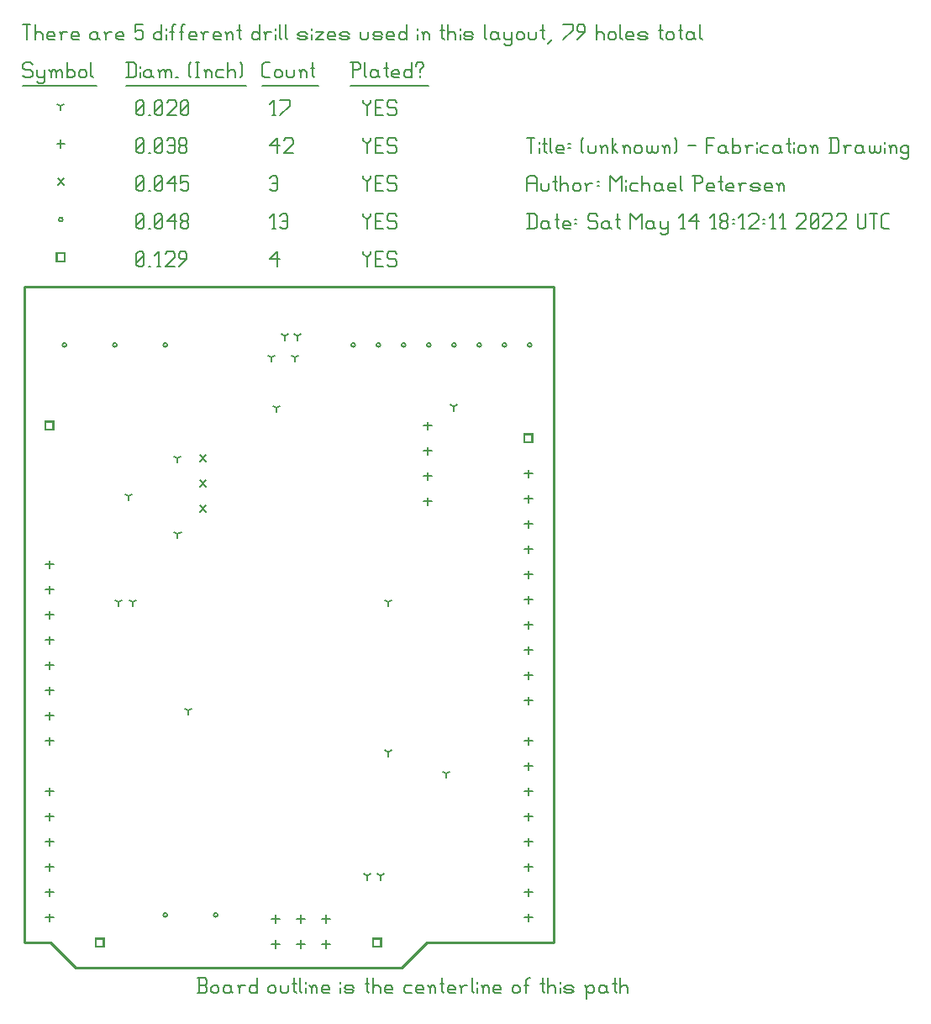
<source format=gbr>
G04 start of page 12 for group -3984 idx -3984 *
G04 Title: (unknown), fab *
G04 Creator: pcb 4.0.2 *
G04 CreationDate: Sat May 14 18:12:11 2022 UTC *
G04 For: railfan *
G04 Format: Gerber/RS-274X *
G04 PCB-Dimensions (mil): 3110.00 2710.00 *
G04 PCB-Coordinate-Origin: lower left *
%MOIN*%
%FSLAX25Y25*%
%LNFAB*%
%ADD60C,0.0100*%
%ADD59C,0.0060*%
%ADD58R,0.0080X0.0080*%
G54D58*X138900Y12100D02*X142100D01*
X138900D02*Y8900D01*
X142100D01*
Y12100D02*Y8900D01*
X198900Y212100D02*X202100D01*
X198900D02*Y208900D01*
X202100D01*
Y212100D02*Y208900D01*
X8900Y217100D02*X12100D01*
X8900D02*Y213900D01*
X12100D01*
Y217100D02*Y213900D01*
X28900Y12100D02*X32100D01*
X28900D02*Y8900D01*
X32100D01*
Y12100D02*Y8900D01*
X13400Y283850D02*X16600D01*
X13400D02*Y280650D01*
X16600D01*
Y283850D02*Y280650D01*
G54D59*X135000Y284500D02*Y283750D01*
X136500Y282250D01*
X138000Y283750D01*
Y284500D02*Y283750D01*
X136500Y282250D02*Y278500D01*
X139800Y281500D02*X142050D01*
X139800Y278500D02*X142800D01*
X139800Y284500D02*Y278500D01*
Y284500D02*X142800D01*
X147600D02*X148350Y283750D01*
X145350Y284500D02*X147600D01*
X144600Y283750D02*X145350Y284500D01*
X144600Y283750D02*Y282250D01*
X145350Y281500D01*
X147600D01*
X148350Y280750D01*
Y279250D01*
X147600Y278500D02*X148350Y279250D01*
X145350Y278500D02*X147600D01*
X144600Y279250D02*X145350Y278500D01*
X98000Y281500D02*X101000Y284500D01*
X98000Y281500D02*X101750D01*
X101000Y284500D02*Y278500D01*
X45000Y279250D02*X45750Y278500D01*
X45000Y283750D02*Y279250D01*
Y283750D02*X45750Y284500D01*
X47250D01*
X48000Y283750D01*
Y279250D01*
X47250Y278500D02*X48000Y279250D01*
X45750Y278500D02*X47250D01*
X45000Y280000D02*X48000Y283000D01*
X49800Y278500D02*X50550D01*
X53100D02*X54600D01*
X53850Y284500D02*Y278500D01*
X52350Y283000D02*X53850Y284500D01*
X56400Y283750D02*X57150Y284500D01*
X59400D01*
X60150Y283750D01*
Y282250D01*
X56400Y278500D02*X60150Y282250D01*
X56400Y278500D02*X60150D01*
X61950D02*X64950Y281500D01*
Y283750D02*Y281500D01*
X64200Y284500D02*X64950Y283750D01*
X62700Y284500D02*X64200D01*
X61950Y283750D02*X62700Y284500D01*
X61950Y283750D02*Y282250D01*
X62700Y281500D01*
X64950D01*
X55700Y21500D02*G75*G03X57300Y21500I800J0D01*G01*
G75*G03X55700Y21500I-800J0D01*G01*
X75700D02*G75*G03X77300Y21500I800J0D01*G01*
G75*G03X75700Y21500I-800J0D01*G01*
X200200Y247500D02*G75*G03X201800Y247500I800J0D01*G01*
G75*G03X200200Y247500I-800J0D01*G01*
X190200D02*G75*G03X191800Y247500I800J0D01*G01*
G75*G03X190200Y247500I-800J0D01*G01*
X180200D02*G75*G03X181800Y247500I800J0D01*G01*
G75*G03X180200Y247500I-800J0D01*G01*
X170200D02*G75*G03X171800Y247500I800J0D01*G01*
G75*G03X170200Y247500I-800J0D01*G01*
X160200D02*G75*G03X161800Y247500I800J0D01*G01*
G75*G03X160200Y247500I-800J0D01*G01*
X150200D02*G75*G03X151800Y247500I800J0D01*G01*
G75*G03X150200Y247500I-800J0D01*G01*
X140200D02*G75*G03X141800Y247500I800J0D01*G01*
G75*G03X140200Y247500I-800J0D01*G01*
X130200D02*G75*G03X131800Y247500I800J0D01*G01*
G75*G03X130200Y247500I-800J0D01*G01*
X55700D02*G75*G03X57300Y247500I800J0D01*G01*
G75*G03X55700Y247500I-800J0D01*G01*
X35700D02*G75*G03X37300Y247500I800J0D01*G01*
G75*G03X35700Y247500I-800J0D01*G01*
X15700D02*G75*G03X17300Y247500I800J0D01*G01*
G75*G03X15700Y247500I-800J0D01*G01*
X14200Y297250D02*G75*G03X15800Y297250I800J0D01*G01*
G75*G03X14200Y297250I-800J0D01*G01*
X135000Y299500D02*Y298750D01*
X136500Y297250D01*
X138000Y298750D01*
Y299500D02*Y298750D01*
X136500Y297250D02*Y293500D01*
X139800Y296500D02*X142050D01*
X139800Y293500D02*X142800D01*
X139800Y299500D02*Y293500D01*
Y299500D02*X142800D01*
X147600D02*X148350Y298750D01*
X145350Y299500D02*X147600D01*
X144600Y298750D02*X145350Y299500D01*
X144600Y298750D02*Y297250D01*
X145350Y296500D01*
X147600D01*
X148350Y295750D01*
Y294250D01*
X147600Y293500D02*X148350Y294250D01*
X145350Y293500D02*X147600D01*
X144600Y294250D02*X145350Y293500D01*
X98750D02*X100250D01*
X99500Y299500D02*Y293500D01*
X98000Y298000D02*X99500Y299500D01*
X102050Y298750D02*X102800Y299500D01*
X104300D01*
X105050Y298750D01*
Y294250D01*
X104300Y293500D02*X105050Y294250D01*
X102800Y293500D02*X104300D01*
X102050Y294250D02*X102800Y293500D01*
Y296500D02*X105050D01*
X45000Y294250D02*X45750Y293500D01*
X45000Y298750D02*Y294250D01*
Y298750D02*X45750Y299500D01*
X47250D01*
X48000Y298750D01*
Y294250D01*
X47250Y293500D02*X48000Y294250D01*
X45750Y293500D02*X47250D01*
X45000Y295000D02*X48000Y298000D01*
X49800Y293500D02*X50550D01*
X52350Y294250D02*X53100Y293500D01*
X52350Y298750D02*Y294250D01*
Y298750D02*X53100Y299500D01*
X54600D01*
X55350Y298750D01*
Y294250D01*
X54600Y293500D02*X55350Y294250D01*
X53100Y293500D02*X54600D01*
X52350Y295000D02*X55350Y298000D01*
X57150Y296500D02*X60150Y299500D01*
X57150Y296500D02*X60900D01*
X60150Y299500D02*Y293500D01*
X62700Y294250D02*X63450Y293500D01*
X62700Y295750D02*Y294250D01*
Y295750D02*X63450Y296500D01*
X64950D01*
X65700Y295750D01*
Y294250D01*
X64950Y293500D02*X65700Y294250D01*
X63450Y293500D02*X64950D01*
X62700Y297250D02*X63450Y296500D01*
X62700Y298750D02*Y297250D01*
Y298750D02*X63450Y299500D01*
X64950D01*
X65700Y298750D01*
Y297250D01*
X64950Y296500D02*X65700Y297250D01*
X70173Y203827D02*X72573Y201427D01*
X70173D02*X72573Y203827D01*
X70173Y193827D02*X72573Y191427D01*
X70173D02*X72573Y193827D01*
X70173Y183827D02*X72573Y181427D01*
X70173D02*X72573Y183827D01*
X13800Y313450D02*X16200Y311050D01*
X13800D02*X16200Y313450D01*
X135000Y314500D02*Y313750D01*
X136500Y312250D01*
X138000Y313750D01*
Y314500D02*Y313750D01*
X136500Y312250D02*Y308500D01*
X139800Y311500D02*X142050D01*
X139800Y308500D02*X142800D01*
X139800Y314500D02*Y308500D01*
Y314500D02*X142800D01*
X147600D02*X148350Y313750D01*
X145350Y314500D02*X147600D01*
X144600Y313750D02*X145350Y314500D01*
X144600Y313750D02*Y312250D01*
X145350Y311500D01*
X147600D01*
X148350Y310750D01*
Y309250D01*
X147600Y308500D02*X148350Y309250D01*
X145350Y308500D02*X147600D01*
X144600Y309250D02*X145350Y308500D01*
X98000Y313750D02*X98750Y314500D01*
X100250D01*
X101000Y313750D01*
Y309250D01*
X100250Y308500D02*X101000Y309250D01*
X98750Y308500D02*X100250D01*
X98000Y309250D02*X98750Y308500D01*
Y311500D02*X101000D01*
X45000Y309250D02*X45750Y308500D01*
X45000Y313750D02*Y309250D01*
Y313750D02*X45750Y314500D01*
X47250D01*
X48000Y313750D01*
Y309250D01*
X47250Y308500D02*X48000Y309250D01*
X45750Y308500D02*X47250D01*
X45000Y310000D02*X48000Y313000D01*
X49800Y308500D02*X50550D01*
X52350Y309250D02*X53100Y308500D01*
X52350Y313750D02*Y309250D01*
Y313750D02*X53100Y314500D01*
X54600D01*
X55350Y313750D01*
Y309250D01*
X54600Y308500D02*X55350Y309250D01*
X53100Y308500D02*X54600D01*
X52350Y310000D02*X55350Y313000D01*
X57150Y311500D02*X60150Y314500D01*
X57150Y311500D02*X60900D01*
X60150Y314500D02*Y308500D01*
X62700Y314500D02*X65700D01*
X62700D02*Y311500D01*
X63450Y312250D01*
X64950D01*
X65700Y311500D01*
Y309250D01*
X64950Y308500D02*X65700Y309250D01*
X63450Y308500D02*X64950D01*
X62700Y309250D02*X63450Y308500D01*
X10500Y162100D02*Y158900D01*
X8900Y160500D02*X12100D01*
X10500Y152100D02*Y148900D01*
X8900Y150500D02*X12100D01*
X10500Y142100D02*Y138900D01*
X8900Y140500D02*X12100D01*
X10500Y132100D02*Y128900D01*
X8900Y130500D02*X12100D01*
X10500Y122100D02*Y118900D01*
X8900Y120500D02*X12100D01*
X10500Y112100D02*Y108900D01*
X8900Y110500D02*X12100D01*
X10500Y102100D02*Y98900D01*
X8900Y100500D02*X12100D01*
X10500Y92100D02*Y88900D01*
X8900Y90500D02*X12100D01*
X10500Y72100D02*Y68900D01*
X8900Y70500D02*X12100D01*
X10500Y62100D02*Y58900D01*
X8900Y60500D02*X12100D01*
X10500Y52100D02*Y48900D01*
X8900Y50500D02*X12100D01*
X10500Y42100D02*Y38900D01*
X8900Y40500D02*X12100D01*
X10500Y32100D02*Y28900D01*
X8900Y30500D02*X12100D01*
X10500Y22100D02*Y18900D01*
X8900Y20500D02*X12100D01*
X200500Y22100D02*Y18900D01*
X198900Y20500D02*X202100D01*
X200500Y32100D02*Y28900D01*
X198900Y30500D02*X202100D01*
X200500Y42100D02*Y38900D01*
X198900Y40500D02*X202100D01*
X200500Y52100D02*Y48900D01*
X198900Y50500D02*X202100D01*
X200500Y62100D02*Y58900D01*
X198900Y60500D02*X202100D01*
X200500Y72100D02*Y68900D01*
X198900Y70500D02*X202100D01*
X200500Y82100D02*Y78900D01*
X198900Y80500D02*X202100D01*
X200500Y92100D02*Y88900D01*
X198900Y90500D02*X202100D01*
X200500Y108100D02*Y104900D01*
X198900Y106500D02*X202100D01*
X200500Y118100D02*Y114900D01*
X198900Y116500D02*X202100D01*
X200500Y128100D02*Y124900D01*
X198900Y126500D02*X202100D01*
X200500Y138100D02*Y134900D01*
X198900Y136500D02*X202100D01*
X200500Y148100D02*Y144900D01*
X198900Y146500D02*X202100D01*
X200500Y158100D02*Y154900D01*
X198900Y156500D02*X202100D01*
X200500Y168100D02*Y164900D01*
X198900Y166500D02*X202100D01*
X200500Y178100D02*Y174900D01*
X198900Y176500D02*X202100D01*
X200500Y188100D02*Y184900D01*
X198900Y186500D02*X202100D01*
X200500Y198100D02*Y194900D01*
X198900Y196500D02*X202100D01*
X120300Y21600D02*Y18400D01*
X118700Y20000D02*X121900D01*
X110300Y21600D02*Y18400D01*
X108700Y20000D02*X111900D01*
X100300Y21600D02*Y18400D01*
X98700Y20000D02*X101900D01*
X120300Y11600D02*Y8400D01*
X118700Y10000D02*X121900D01*
X110300Y11600D02*Y8400D01*
X108700Y10000D02*X111900D01*
X100300Y11600D02*Y8400D01*
X98700Y10000D02*X101900D01*
X160500Y217100D02*Y213900D01*
X158900Y215500D02*X162100D01*
X160500Y207100D02*Y203900D01*
X158900Y205500D02*X162100D01*
X160500Y197100D02*Y193900D01*
X158900Y195500D02*X162100D01*
X160500Y187100D02*Y183900D01*
X158900Y185500D02*X162100D01*
X15000Y328850D02*Y325650D01*
X13400Y327250D02*X16600D01*
X135000Y329500D02*Y328750D01*
X136500Y327250D01*
X138000Y328750D01*
Y329500D02*Y328750D01*
X136500Y327250D02*Y323500D01*
X139800Y326500D02*X142050D01*
X139800Y323500D02*X142800D01*
X139800Y329500D02*Y323500D01*
Y329500D02*X142800D01*
X147600D02*X148350Y328750D01*
X145350Y329500D02*X147600D01*
X144600Y328750D02*X145350Y329500D01*
X144600Y328750D02*Y327250D01*
X145350Y326500D01*
X147600D01*
X148350Y325750D01*
Y324250D01*
X147600Y323500D02*X148350Y324250D01*
X145350Y323500D02*X147600D01*
X144600Y324250D02*X145350Y323500D01*
X98000Y326500D02*X101000Y329500D01*
X98000Y326500D02*X101750D01*
X101000Y329500D02*Y323500D01*
X103550Y328750D02*X104300Y329500D01*
X106550D01*
X107300Y328750D01*
Y327250D01*
X103550Y323500D02*X107300Y327250D01*
X103550Y323500D02*X107300D01*
X45000Y324250D02*X45750Y323500D01*
X45000Y328750D02*Y324250D01*
Y328750D02*X45750Y329500D01*
X47250D01*
X48000Y328750D01*
Y324250D01*
X47250Y323500D02*X48000Y324250D01*
X45750Y323500D02*X47250D01*
X45000Y325000D02*X48000Y328000D01*
X49800Y323500D02*X50550D01*
X52350Y324250D02*X53100Y323500D01*
X52350Y328750D02*Y324250D01*
Y328750D02*X53100Y329500D01*
X54600D01*
X55350Y328750D01*
Y324250D01*
X54600Y323500D02*X55350Y324250D01*
X53100Y323500D02*X54600D01*
X52350Y325000D02*X55350Y328000D01*
X57150Y328750D02*X57900Y329500D01*
X59400D01*
X60150Y328750D01*
Y324250D01*
X59400Y323500D02*X60150Y324250D01*
X57900Y323500D02*X59400D01*
X57150Y324250D02*X57900Y323500D01*
Y326500D02*X60150D01*
X61950Y324250D02*X62700Y323500D01*
X61950Y325750D02*Y324250D01*
Y325750D02*X62700Y326500D01*
X64200D01*
X64950Y325750D01*
Y324250D01*
X64200Y323500D02*X64950Y324250D01*
X62700Y323500D02*X64200D01*
X61950Y327250D02*X62700Y326500D01*
X61950Y328750D02*Y327250D01*
Y328750D02*X62700Y329500D01*
X64200D01*
X64950Y328750D01*
Y327250D01*
X64200Y326500D02*X64950Y327250D01*
X38000Y145500D02*Y143900D01*
Y145500D02*X39387Y146300D01*
X38000Y145500D02*X36613Y146300D01*
X43500Y145500D02*Y143900D01*
Y145500D02*X44887Y146300D01*
X43500Y145500D02*X42113Y146300D01*
X65500Y102500D02*Y100900D01*
Y102500D02*X66887Y103300D01*
X65500Y102500D02*X64113Y103300D01*
X142000Y37000D02*Y35400D01*
Y37000D02*X143387Y37800D01*
X142000Y37000D02*X140613Y37800D01*
X136500Y37000D02*Y35400D01*
Y37000D02*X137887Y37800D01*
X136500Y37000D02*X135113Y37800D01*
X41873Y187527D02*Y185927D01*
Y187527D02*X43260Y188327D01*
X41873Y187527D02*X40486Y188327D01*
X61373Y172627D02*Y171027D01*
Y172627D02*X62760Y173427D01*
X61373Y172627D02*X59986Y173427D01*
X104000Y251000D02*Y249400D01*
Y251000D02*X105387Y251800D01*
X104000Y251000D02*X102613Y251800D01*
X109000Y251000D02*Y249400D01*
Y251000D02*X110387Y251800D01*
X109000Y251000D02*X107613Y251800D01*
X108000Y242500D02*Y240900D01*
Y242500D02*X109387Y243300D01*
X108000Y242500D02*X106613Y243300D01*
X98500Y242500D02*Y240900D01*
Y242500D02*X99887Y243300D01*
X98500Y242500D02*X97113Y243300D01*
X100500Y222500D02*Y220900D01*
Y222500D02*X101887Y223300D01*
X100500Y222500D02*X99113Y223300D01*
X145000Y86000D02*Y84400D01*
Y86000D02*X146387Y86800D01*
X145000Y86000D02*X143613Y86800D01*
X171000Y223000D02*Y221400D01*
Y223000D02*X172387Y223800D01*
X171000Y223000D02*X169613Y223800D01*
X168000Y77500D02*Y75900D01*
Y77500D02*X169387Y78300D01*
X168000Y77500D02*X166613Y78300D01*
X145000Y145500D02*Y143900D01*
Y145500D02*X146387Y146300D01*
X145000Y145500D02*X143613Y146300D01*
X61287Y202500D02*Y200900D01*
Y202500D02*X62674Y203300D01*
X61287Y202500D02*X59900Y203300D01*
X15000Y342250D02*Y340650D01*
Y342250D02*X16387Y343050D01*
X15000Y342250D02*X13613Y343050D01*
X135000Y344500D02*Y343750D01*
X136500Y342250D01*
X138000Y343750D01*
Y344500D02*Y343750D01*
X136500Y342250D02*Y338500D01*
X139800Y341500D02*X142050D01*
X139800Y338500D02*X142800D01*
X139800Y344500D02*Y338500D01*
Y344500D02*X142800D01*
X147600D02*X148350Y343750D01*
X145350Y344500D02*X147600D01*
X144600Y343750D02*X145350Y344500D01*
X144600Y343750D02*Y342250D01*
X145350Y341500D01*
X147600D01*
X148350Y340750D01*
Y339250D01*
X147600Y338500D02*X148350Y339250D01*
X145350Y338500D02*X147600D01*
X144600Y339250D02*X145350Y338500D01*
X98750D02*X100250D01*
X99500Y344500D02*Y338500D01*
X98000Y343000D02*X99500Y344500D01*
X102050Y338500D02*X105800Y342250D01*
Y344500D02*Y342250D01*
X102050Y344500D02*X105800D01*
X45000Y339250D02*X45750Y338500D01*
X45000Y343750D02*Y339250D01*
Y343750D02*X45750Y344500D01*
X47250D01*
X48000Y343750D01*
Y339250D01*
X47250Y338500D02*X48000Y339250D01*
X45750Y338500D02*X47250D01*
X45000Y340000D02*X48000Y343000D01*
X49800Y338500D02*X50550D01*
X52350Y339250D02*X53100Y338500D01*
X52350Y343750D02*Y339250D01*
Y343750D02*X53100Y344500D01*
X54600D01*
X55350Y343750D01*
Y339250D01*
X54600Y338500D02*X55350Y339250D01*
X53100Y338500D02*X54600D01*
X52350Y340000D02*X55350Y343000D01*
X57150Y343750D02*X57900Y344500D01*
X60150D01*
X60900Y343750D01*
Y342250D01*
X57150Y338500D02*X60900Y342250D01*
X57150Y338500D02*X60900D01*
X62700Y339250D02*X63450Y338500D01*
X62700Y343750D02*Y339250D01*
Y343750D02*X63450Y344500D01*
X64950D01*
X65700Y343750D01*
Y339250D01*
X64950Y338500D02*X65700Y339250D01*
X63450Y338500D02*X64950D01*
X62700Y340000D02*X65700Y343000D01*
X3000Y359500D02*X3750Y358750D01*
X750Y359500D02*X3000D01*
X0Y358750D02*X750Y359500D01*
X0Y358750D02*Y357250D01*
X750Y356500D01*
X3000D01*
X3750Y355750D01*
Y354250D01*
X3000Y353500D02*X3750Y354250D01*
X750Y353500D02*X3000D01*
X0Y354250D02*X750Y353500D01*
X5550Y356500D02*Y354250D01*
X6300Y353500D01*
X8550Y356500D02*Y352000D01*
X7800Y351250D02*X8550Y352000D01*
X6300Y351250D02*X7800D01*
X5550Y352000D02*X6300Y351250D01*
Y353500D02*X7800D01*
X8550Y354250D01*
X11100Y355750D02*Y353500D01*
Y355750D02*X11850Y356500D01*
X12600D01*
X13350Y355750D01*
Y353500D01*
Y355750D02*X14100Y356500D01*
X14850D01*
X15600Y355750D01*
Y353500D01*
X10350Y356500D02*X11100Y355750D01*
X17400Y359500D02*Y353500D01*
Y354250D02*X18150Y353500D01*
X19650D01*
X20400Y354250D01*
Y355750D02*Y354250D01*
X19650Y356500D02*X20400Y355750D01*
X18150Y356500D02*X19650D01*
X17400Y355750D02*X18150Y356500D01*
X22200Y355750D02*Y354250D01*
Y355750D02*X22950Y356500D01*
X24450D01*
X25200Y355750D01*
Y354250D01*
X24450Y353500D02*X25200Y354250D01*
X22950Y353500D02*X24450D01*
X22200Y354250D02*X22950Y353500D01*
X27000Y359500D02*Y354250D01*
X27750Y353500D01*
X0Y350250D02*X29250D01*
X41750Y359500D02*Y353500D01*
X44000Y359500D02*X44750Y358750D01*
Y354250D01*
X44000Y353500D02*X44750Y354250D01*
X41000Y353500D02*X44000D01*
X41000Y359500D02*X44000D01*
X46550Y358000D02*Y357250D01*
Y355750D02*Y353500D01*
X50300Y356500D02*X51050Y355750D01*
X48800Y356500D02*X50300D01*
X48050Y355750D02*X48800Y356500D01*
X48050Y355750D02*Y354250D01*
X48800Y353500D01*
X51050Y356500D02*Y354250D01*
X51800Y353500D01*
X48800D02*X50300D01*
X51050Y354250D01*
X54350Y355750D02*Y353500D01*
Y355750D02*X55100Y356500D01*
X55850D01*
X56600Y355750D01*
Y353500D01*
Y355750D02*X57350Y356500D01*
X58100D01*
X58850Y355750D01*
Y353500D01*
X53600Y356500D02*X54350Y355750D01*
X60650Y353500D02*X61400D01*
X65900Y354250D02*X66650Y353500D01*
X65900Y358750D02*X66650Y359500D01*
X65900Y358750D02*Y354250D01*
X68450Y359500D02*X69950D01*
X69200D02*Y353500D01*
X68450D02*X69950D01*
X72500Y355750D02*Y353500D01*
Y355750D02*X73250Y356500D01*
X74000D01*
X74750Y355750D01*
Y353500D01*
X71750Y356500D02*X72500Y355750D01*
X77300Y356500D02*X79550D01*
X76550Y355750D02*X77300Y356500D01*
X76550Y355750D02*Y354250D01*
X77300Y353500D01*
X79550D01*
X81350Y359500D02*Y353500D01*
Y355750D02*X82100Y356500D01*
X83600D01*
X84350Y355750D01*
Y353500D01*
X86150Y359500D02*X86900Y358750D01*
Y354250D01*
X86150Y353500D02*X86900Y354250D01*
X41000Y350250D02*X88700D01*
X95750Y353500D02*X98000D01*
X95000Y354250D02*X95750Y353500D01*
X95000Y358750D02*Y354250D01*
Y358750D02*X95750Y359500D01*
X98000D01*
X99800Y355750D02*Y354250D01*
Y355750D02*X100550Y356500D01*
X102050D01*
X102800Y355750D01*
Y354250D01*
X102050Y353500D02*X102800Y354250D01*
X100550Y353500D02*X102050D01*
X99800Y354250D02*X100550Y353500D01*
X104600Y356500D02*Y354250D01*
X105350Y353500D01*
X106850D01*
X107600Y354250D01*
Y356500D02*Y354250D01*
X110150Y355750D02*Y353500D01*
Y355750D02*X110900Y356500D01*
X111650D01*
X112400Y355750D01*
Y353500D01*
X109400Y356500D02*X110150Y355750D01*
X114950Y359500D02*Y354250D01*
X115700Y353500D01*
X114200Y357250D02*X115700D01*
X95000Y350250D02*X117200D01*
X130750Y359500D02*Y353500D01*
X130000Y359500D02*X133000D01*
X133750Y358750D01*
Y357250D01*
X133000Y356500D02*X133750Y357250D01*
X130750Y356500D02*X133000D01*
X135550Y359500D02*Y354250D01*
X136300Y353500D01*
X140050Y356500D02*X140800Y355750D01*
X138550Y356500D02*X140050D01*
X137800Y355750D02*X138550Y356500D01*
X137800Y355750D02*Y354250D01*
X138550Y353500D01*
X140800Y356500D02*Y354250D01*
X141550Y353500D01*
X138550D02*X140050D01*
X140800Y354250D01*
X144100Y359500D02*Y354250D01*
X144850Y353500D01*
X143350Y357250D02*X144850D01*
X147100Y353500D02*X149350D01*
X146350Y354250D02*X147100Y353500D01*
X146350Y355750D02*Y354250D01*
Y355750D02*X147100Y356500D01*
X148600D01*
X149350Y355750D01*
X146350Y355000D02*X149350D01*
Y355750D02*Y355000D01*
X154150Y359500D02*Y353500D01*
X153400D02*X154150Y354250D01*
X151900Y353500D02*X153400D01*
X151150Y354250D02*X151900Y353500D01*
X151150Y355750D02*Y354250D01*
Y355750D02*X151900Y356500D01*
X153400D01*
X154150Y355750D01*
X157450Y356500D02*Y355750D01*
Y354250D02*Y353500D01*
X155950Y358750D02*Y358000D01*
Y358750D02*X156700Y359500D01*
X158200D01*
X158950Y358750D01*
Y358000D01*
X157450Y356500D02*X158950Y358000D01*
X130000Y350250D02*X160750D01*
X0Y374500D02*X3000D01*
X1500D02*Y368500D01*
X4800Y374500D02*Y368500D01*
Y370750D02*X5550Y371500D01*
X7050D01*
X7800Y370750D01*
Y368500D01*
X10350D02*X12600D01*
X9600Y369250D02*X10350Y368500D01*
X9600Y370750D02*Y369250D01*
Y370750D02*X10350Y371500D01*
X11850D01*
X12600Y370750D01*
X9600Y370000D02*X12600D01*
Y370750D02*Y370000D01*
X15150Y370750D02*Y368500D01*
Y370750D02*X15900Y371500D01*
X17400D01*
X14400D02*X15150Y370750D01*
X19950Y368500D02*X22200D01*
X19200Y369250D02*X19950Y368500D01*
X19200Y370750D02*Y369250D01*
Y370750D02*X19950Y371500D01*
X21450D01*
X22200Y370750D01*
X19200Y370000D02*X22200D01*
Y370750D02*Y370000D01*
X28950Y371500D02*X29700Y370750D01*
X27450Y371500D02*X28950D01*
X26700Y370750D02*X27450Y371500D01*
X26700Y370750D02*Y369250D01*
X27450Y368500D01*
X29700Y371500D02*Y369250D01*
X30450Y368500D01*
X27450D02*X28950D01*
X29700Y369250D01*
X33000Y370750D02*Y368500D01*
Y370750D02*X33750Y371500D01*
X35250D01*
X32250D02*X33000Y370750D01*
X37800Y368500D02*X40050D01*
X37050Y369250D02*X37800Y368500D01*
X37050Y370750D02*Y369250D01*
Y370750D02*X37800Y371500D01*
X39300D01*
X40050Y370750D01*
X37050Y370000D02*X40050D01*
Y370750D02*Y370000D01*
X44550Y374500D02*X47550D01*
X44550D02*Y371500D01*
X45300Y372250D01*
X46800D01*
X47550Y371500D01*
Y369250D01*
X46800Y368500D02*X47550Y369250D01*
X45300Y368500D02*X46800D01*
X44550Y369250D02*X45300Y368500D01*
X55050Y374500D02*Y368500D01*
X54300D02*X55050Y369250D01*
X52800Y368500D02*X54300D01*
X52050Y369250D02*X52800Y368500D01*
X52050Y370750D02*Y369250D01*
Y370750D02*X52800Y371500D01*
X54300D01*
X55050Y370750D01*
X56850Y373000D02*Y372250D01*
Y370750D02*Y368500D01*
X59100Y373750D02*Y368500D01*
Y373750D02*X59850Y374500D01*
X60600D01*
X58350Y371500D02*X59850D01*
X62850Y373750D02*Y368500D01*
Y373750D02*X63600Y374500D01*
X64350D01*
X62100Y371500D02*X63600D01*
X66600Y368500D02*X68850D01*
X65850Y369250D02*X66600Y368500D01*
X65850Y370750D02*Y369250D01*
Y370750D02*X66600Y371500D01*
X68100D01*
X68850Y370750D01*
X65850Y370000D02*X68850D01*
Y370750D02*Y370000D01*
X71400Y370750D02*Y368500D01*
Y370750D02*X72150Y371500D01*
X73650D01*
X70650D02*X71400Y370750D01*
X76200Y368500D02*X78450D01*
X75450Y369250D02*X76200Y368500D01*
X75450Y370750D02*Y369250D01*
Y370750D02*X76200Y371500D01*
X77700D01*
X78450Y370750D01*
X75450Y370000D02*X78450D01*
Y370750D02*Y370000D01*
X81000Y370750D02*Y368500D01*
Y370750D02*X81750Y371500D01*
X82500D01*
X83250Y370750D01*
Y368500D01*
X80250Y371500D02*X81000Y370750D01*
X85800Y374500D02*Y369250D01*
X86550Y368500D01*
X85050Y372250D02*X86550D01*
X93750Y374500D02*Y368500D01*
X93000D02*X93750Y369250D01*
X91500Y368500D02*X93000D01*
X90750Y369250D02*X91500Y368500D01*
X90750Y370750D02*Y369250D01*
Y370750D02*X91500Y371500D01*
X93000D01*
X93750Y370750D01*
X96300D02*Y368500D01*
Y370750D02*X97050Y371500D01*
X98550D01*
X95550D02*X96300Y370750D01*
X100350Y373000D02*Y372250D01*
Y370750D02*Y368500D01*
X101850Y374500D02*Y369250D01*
X102600Y368500D01*
X104100Y374500D02*Y369250D01*
X104850Y368500D01*
X109800D02*X112050D01*
X112800Y369250D01*
X112050Y370000D02*X112800Y369250D01*
X109800Y370000D02*X112050D01*
X109050Y370750D02*X109800Y370000D01*
X109050Y370750D02*X109800Y371500D01*
X112050D01*
X112800Y370750D01*
X109050Y369250D02*X109800Y368500D01*
X114600Y373000D02*Y372250D01*
Y370750D02*Y368500D01*
X116100Y371500D02*X119100D01*
X116100Y368500D02*X119100Y371500D01*
X116100Y368500D02*X119100D01*
X121650D02*X123900D01*
X120900Y369250D02*X121650Y368500D01*
X120900Y370750D02*Y369250D01*
Y370750D02*X121650Y371500D01*
X123150D01*
X123900Y370750D01*
X120900Y370000D02*X123900D01*
Y370750D02*Y370000D01*
X126450Y368500D02*X128700D01*
X129450Y369250D01*
X128700Y370000D02*X129450Y369250D01*
X126450Y370000D02*X128700D01*
X125700Y370750D02*X126450Y370000D01*
X125700Y370750D02*X126450Y371500D01*
X128700D01*
X129450Y370750D01*
X125700Y369250D02*X126450Y368500D01*
X133950Y371500D02*Y369250D01*
X134700Y368500D01*
X136200D01*
X136950Y369250D01*
Y371500D02*Y369250D01*
X139500Y368500D02*X141750D01*
X142500Y369250D01*
X141750Y370000D02*X142500Y369250D01*
X139500Y370000D02*X141750D01*
X138750Y370750D02*X139500Y370000D01*
X138750Y370750D02*X139500Y371500D01*
X141750D01*
X142500Y370750D01*
X138750Y369250D02*X139500Y368500D01*
X145050D02*X147300D01*
X144300Y369250D02*X145050Y368500D01*
X144300Y370750D02*Y369250D01*
Y370750D02*X145050Y371500D01*
X146550D01*
X147300Y370750D01*
X144300Y370000D02*X147300D01*
Y370750D02*Y370000D01*
X152100Y374500D02*Y368500D01*
X151350D02*X152100Y369250D01*
X149850Y368500D02*X151350D01*
X149100Y369250D02*X149850Y368500D01*
X149100Y370750D02*Y369250D01*
Y370750D02*X149850Y371500D01*
X151350D01*
X152100Y370750D01*
X156600Y373000D02*Y372250D01*
Y370750D02*Y368500D01*
X158850Y370750D02*Y368500D01*
Y370750D02*X159600Y371500D01*
X160350D01*
X161100Y370750D01*
Y368500D01*
X158100Y371500D02*X158850Y370750D01*
X166350Y374500D02*Y369250D01*
X167100Y368500D01*
X165600Y372250D02*X167100D01*
X168600Y374500D02*Y368500D01*
Y370750D02*X169350Y371500D01*
X170850D01*
X171600Y370750D01*
Y368500D01*
X173400Y373000D02*Y372250D01*
Y370750D02*Y368500D01*
X175650D02*X177900D01*
X178650Y369250D01*
X177900Y370000D02*X178650Y369250D01*
X175650Y370000D02*X177900D01*
X174900Y370750D02*X175650Y370000D01*
X174900Y370750D02*X175650Y371500D01*
X177900D01*
X178650Y370750D01*
X174900Y369250D02*X175650Y368500D01*
X183150Y374500D02*Y369250D01*
X183900Y368500D01*
X187650Y371500D02*X188400Y370750D01*
X186150Y371500D02*X187650D01*
X185400Y370750D02*X186150Y371500D01*
X185400Y370750D02*Y369250D01*
X186150Y368500D01*
X188400Y371500D02*Y369250D01*
X189150Y368500D01*
X186150D02*X187650D01*
X188400Y369250D01*
X190950Y371500D02*Y369250D01*
X191700Y368500D01*
X193950Y371500D02*Y367000D01*
X193200Y366250D02*X193950Y367000D01*
X191700Y366250D02*X193200D01*
X190950Y367000D02*X191700Y366250D01*
Y368500D02*X193200D01*
X193950Y369250D01*
X195750Y370750D02*Y369250D01*
Y370750D02*X196500Y371500D01*
X198000D01*
X198750Y370750D01*
Y369250D01*
X198000Y368500D02*X198750Y369250D01*
X196500Y368500D02*X198000D01*
X195750Y369250D02*X196500Y368500D01*
X200550Y371500D02*Y369250D01*
X201300Y368500D01*
X202800D01*
X203550Y369250D01*
Y371500D02*Y369250D01*
X206100Y374500D02*Y369250D01*
X206850Y368500D01*
X205350Y372250D02*X206850D01*
X208350Y367000D02*X209850Y368500D01*
X214350D02*X218100Y372250D01*
Y374500D02*Y372250D01*
X214350Y374500D02*X218100D01*
X219900Y368500D02*X222900Y371500D01*
Y373750D02*Y371500D01*
X222150Y374500D02*X222900Y373750D01*
X220650Y374500D02*X222150D01*
X219900Y373750D02*X220650Y374500D01*
X219900Y373750D02*Y372250D01*
X220650Y371500D01*
X222900D01*
X227400Y374500D02*Y368500D01*
Y370750D02*X228150Y371500D01*
X229650D01*
X230400Y370750D01*
Y368500D01*
X232200Y370750D02*Y369250D01*
Y370750D02*X232950Y371500D01*
X234450D01*
X235200Y370750D01*
Y369250D01*
X234450Y368500D02*X235200Y369250D01*
X232950Y368500D02*X234450D01*
X232200Y369250D02*X232950Y368500D01*
X237000Y374500D02*Y369250D01*
X237750Y368500D01*
X240000D02*X242250D01*
X239250Y369250D02*X240000Y368500D01*
X239250Y370750D02*Y369250D01*
Y370750D02*X240000Y371500D01*
X241500D01*
X242250Y370750D01*
X239250Y370000D02*X242250D01*
Y370750D02*Y370000D01*
X244800Y368500D02*X247050D01*
X247800Y369250D01*
X247050Y370000D02*X247800Y369250D01*
X244800Y370000D02*X247050D01*
X244050Y370750D02*X244800Y370000D01*
X244050Y370750D02*X244800Y371500D01*
X247050D01*
X247800Y370750D01*
X244050Y369250D02*X244800Y368500D01*
X253050Y374500D02*Y369250D01*
X253800Y368500D01*
X252300Y372250D02*X253800D01*
X255300Y370750D02*Y369250D01*
Y370750D02*X256050Y371500D01*
X257550D01*
X258300Y370750D01*
Y369250D01*
X257550Y368500D02*X258300Y369250D01*
X256050Y368500D02*X257550D01*
X255300Y369250D02*X256050Y368500D01*
X260850Y374500D02*Y369250D01*
X261600Y368500D01*
X260100Y372250D02*X261600D01*
X265350Y371500D02*X266100Y370750D01*
X263850Y371500D02*X265350D01*
X263100Y370750D02*X263850Y371500D01*
X263100Y370750D02*Y369250D01*
X263850Y368500D01*
X266100Y371500D02*Y369250D01*
X266850Y368500D01*
X263850D02*X265350D01*
X266100Y369250D01*
X268650Y374500D02*Y369250D01*
X269400Y368500D01*
G54D60*X500Y270500D02*Y10500D01*
X210500D02*Y270500D01*
X500D01*
Y10500D02*X10800D01*
X20800Y500D01*
X150200D01*
X160200Y10500D01*
X210500D01*
G54D59*X69175Y-9500D02*X72175D01*
X72925Y-8750D01*
Y-7250D02*Y-8750D01*
X72175Y-6500D02*X72925Y-7250D01*
X69925Y-6500D02*X72175D01*
X69925Y-3500D02*Y-9500D01*
X69175Y-3500D02*X72175D01*
X72925Y-4250D01*
Y-5750D01*
X72175Y-6500D02*X72925Y-5750D01*
X74725Y-7250D02*Y-8750D01*
Y-7250D02*X75475Y-6500D01*
X76975D01*
X77725Y-7250D01*
Y-8750D01*
X76975Y-9500D02*X77725Y-8750D01*
X75475Y-9500D02*X76975D01*
X74725Y-8750D02*X75475Y-9500D01*
X81775Y-6500D02*X82525Y-7250D01*
X80275Y-6500D02*X81775D01*
X79525Y-7250D02*X80275Y-6500D01*
X79525Y-7250D02*Y-8750D01*
X80275Y-9500D01*
X82525Y-6500D02*Y-8750D01*
X83275Y-9500D01*
X80275D02*X81775D01*
X82525Y-8750D01*
X85825Y-7250D02*Y-9500D01*
Y-7250D02*X86575Y-6500D01*
X88075D01*
X85075D02*X85825Y-7250D01*
X92875Y-3500D02*Y-9500D01*
X92125D02*X92875Y-8750D01*
X90625Y-9500D02*X92125D01*
X89875Y-8750D02*X90625Y-9500D01*
X89875Y-7250D02*Y-8750D01*
Y-7250D02*X90625Y-6500D01*
X92125D01*
X92875Y-7250D01*
X97375D02*Y-8750D01*
Y-7250D02*X98125Y-6500D01*
X99625D01*
X100375Y-7250D01*
Y-8750D01*
X99625Y-9500D02*X100375Y-8750D01*
X98125Y-9500D02*X99625D01*
X97375Y-8750D02*X98125Y-9500D01*
X102175Y-6500D02*Y-8750D01*
X102925Y-9500D01*
X104425D01*
X105175Y-8750D01*
Y-6500D02*Y-8750D01*
X107725Y-3500D02*Y-8750D01*
X108475Y-9500D01*
X106975Y-5750D02*X108475D01*
X109975Y-3500D02*Y-8750D01*
X110725Y-9500D01*
X112225Y-5000D02*Y-5750D01*
Y-7250D02*Y-9500D01*
X114475Y-7250D02*Y-9500D01*
Y-7250D02*X115225Y-6500D01*
X115975D01*
X116725Y-7250D01*
Y-9500D01*
X113725Y-6500D02*X114475Y-7250D01*
X119275Y-9500D02*X121525D01*
X118525Y-8750D02*X119275Y-9500D01*
X118525Y-7250D02*Y-8750D01*
Y-7250D02*X119275Y-6500D01*
X120775D01*
X121525Y-7250D01*
X118525Y-8000D02*X121525D01*
Y-7250D02*Y-8000D01*
X126025Y-5000D02*Y-5750D01*
Y-7250D02*Y-9500D01*
X128275D02*X130525D01*
X131275Y-8750D01*
X130525Y-8000D02*X131275Y-8750D01*
X128275Y-8000D02*X130525D01*
X127525Y-7250D02*X128275Y-8000D01*
X127525Y-7250D02*X128275Y-6500D01*
X130525D01*
X131275Y-7250D01*
X127525Y-8750D02*X128275Y-9500D01*
X136525Y-3500D02*Y-8750D01*
X137275Y-9500D01*
X135775Y-5750D02*X137275D01*
X138775Y-3500D02*Y-9500D01*
Y-7250D02*X139525Y-6500D01*
X141025D01*
X141775Y-7250D01*
Y-9500D01*
X144325D02*X146575D01*
X143575Y-8750D02*X144325Y-9500D01*
X143575Y-7250D02*Y-8750D01*
Y-7250D02*X144325Y-6500D01*
X145825D01*
X146575Y-7250D01*
X143575Y-8000D02*X146575D01*
Y-7250D02*Y-8000D01*
X151825Y-6500D02*X154075D01*
X151075Y-7250D02*X151825Y-6500D01*
X151075Y-7250D02*Y-8750D01*
X151825Y-9500D01*
X154075D01*
X156625D02*X158875D01*
X155875Y-8750D02*X156625Y-9500D01*
X155875Y-7250D02*Y-8750D01*
Y-7250D02*X156625Y-6500D01*
X158125D01*
X158875Y-7250D01*
X155875Y-8000D02*X158875D01*
Y-7250D02*Y-8000D01*
X161425Y-7250D02*Y-9500D01*
Y-7250D02*X162175Y-6500D01*
X162925D01*
X163675Y-7250D01*
Y-9500D01*
X160675Y-6500D02*X161425Y-7250D01*
X166225Y-3500D02*Y-8750D01*
X166975Y-9500D01*
X165475Y-5750D02*X166975D01*
X169225Y-9500D02*X171475D01*
X168475Y-8750D02*X169225Y-9500D01*
X168475Y-7250D02*Y-8750D01*
Y-7250D02*X169225Y-6500D01*
X170725D01*
X171475Y-7250D01*
X168475Y-8000D02*X171475D01*
Y-7250D02*Y-8000D01*
X174025Y-7250D02*Y-9500D01*
Y-7250D02*X174775Y-6500D01*
X176275D01*
X173275D02*X174025Y-7250D01*
X178075Y-3500D02*Y-8750D01*
X178825Y-9500D01*
X180325Y-5000D02*Y-5750D01*
Y-7250D02*Y-9500D01*
X182575Y-7250D02*Y-9500D01*
Y-7250D02*X183325Y-6500D01*
X184075D01*
X184825Y-7250D01*
Y-9500D01*
X181825Y-6500D02*X182575Y-7250D01*
X187375Y-9500D02*X189625D01*
X186625Y-8750D02*X187375Y-9500D01*
X186625Y-7250D02*Y-8750D01*
Y-7250D02*X187375Y-6500D01*
X188875D01*
X189625Y-7250D01*
X186625Y-8000D02*X189625D01*
Y-7250D02*Y-8000D01*
X194125Y-7250D02*Y-8750D01*
Y-7250D02*X194875Y-6500D01*
X196375D01*
X197125Y-7250D01*
Y-8750D01*
X196375Y-9500D02*X197125Y-8750D01*
X194875Y-9500D02*X196375D01*
X194125Y-8750D02*X194875Y-9500D01*
X199675Y-4250D02*Y-9500D01*
Y-4250D02*X200425Y-3500D01*
X201175D01*
X198925Y-6500D02*X200425D01*
X206125Y-3500D02*Y-8750D01*
X206875Y-9500D01*
X205375Y-5750D02*X206875D01*
X208375Y-3500D02*Y-9500D01*
Y-7250D02*X209125Y-6500D01*
X210625D01*
X211375Y-7250D01*
Y-9500D01*
X213175Y-5000D02*Y-5750D01*
Y-7250D02*Y-9500D01*
X215425D02*X217675D01*
X218425Y-8750D01*
X217675Y-8000D02*X218425Y-8750D01*
X215425Y-8000D02*X217675D01*
X214675Y-7250D02*X215425Y-8000D01*
X214675Y-7250D02*X215425Y-6500D01*
X217675D01*
X218425Y-7250D01*
X214675Y-8750D02*X215425Y-9500D01*
X223675Y-7250D02*Y-11750D01*
X222925Y-6500D02*X223675Y-7250D01*
X224425Y-6500D01*
X225925D01*
X226675Y-7250D01*
Y-8750D01*
X225925Y-9500D02*X226675Y-8750D01*
X224425Y-9500D02*X225925D01*
X223675Y-8750D02*X224425Y-9500D01*
X230725Y-6500D02*X231475Y-7250D01*
X229225Y-6500D02*X230725D01*
X228475Y-7250D02*X229225Y-6500D01*
X228475Y-7250D02*Y-8750D01*
X229225Y-9500D01*
X231475Y-6500D02*Y-8750D01*
X232225Y-9500D01*
X229225D02*X230725D01*
X231475Y-8750D01*
X234775Y-3500D02*Y-8750D01*
X235525Y-9500D01*
X234025Y-5750D02*X235525D01*
X237025Y-3500D02*Y-9500D01*
Y-7250D02*X237775Y-6500D01*
X239275D01*
X240025Y-7250D01*
Y-9500D01*
X200750Y299500D02*Y293500D01*
X203000Y299500D02*X203750Y298750D01*
Y294250D01*
X203000Y293500D02*X203750Y294250D01*
X200000Y293500D02*X203000D01*
X200000Y299500D02*X203000D01*
X207800Y296500D02*X208550Y295750D01*
X206300Y296500D02*X207800D01*
X205550Y295750D02*X206300Y296500D01*
X205550Y295750D02*Y294250D01*
X206300Y293500D01*
X208550Y296500D02*Y294250D01*
X209300Y293500D01*
X206300D02*X207800D01*
X208550Y294250D01*
X211850Y299500D02*Y294250D01*
X212600Y293500D01*
X211100Y297250D02*X212600D01*
X214850Y293500D02*X217100D01*
X214100Y294250D02*X214850Y293500D01*
X214100Y295750D02*Y294250D01*
Y295750D02*X214850Y296500D01*
X216350D01*
X217100Y295750D01*
X214100Y295000D02*X217100D01*
Y295750D02*Y295000D01*
X218900Y297250D02*X219650D01*
X218900Y295750D02*X219650D01*
X227150Y299500D02*X227900Y298750D01*
X224900Y299500D02*X227150D01*
X224150Y298750D02*X224900Y299500D01*
X224150Y298750D02*Y297250D01*
X224900Y296500D01*
X227150D01*
X227900Y295750D01*
Y294250D01*
X227150Y293500D02*X227900Y294250D01*
X224900Y293500D02*X227150D01*
X224150Y294250D02*X224900Y293500D01*
X231950Y296500D02*X232700Y295750D01*
X230450Y296500D02*X231950D01*
X229700Y295750D02*X230450Y296500D01*
X229700Y295750D02*Y294250D01*
X230450Y293500D01*
X232700Y296500D02*Y294250D01*
X233450Y293500D01*
X230450D02*X231950D01*
X232700Y294250D01*
X236000Y299500D02*Y294250D01*
X236750Y293500D01*
X235250Y297250D02*X236750D01*
X240950Y299500D02*Y293500D01*
Y299500D02*X243200Y297250D01*
X245450Y299500D01*
Y293500D01*
X249500Y296500D02*X250250Y295750D01*
X248000Y296500D02*X249500D01*
X247250Y295750D02*X248000Y296500D01*
X247250Y295750D02*Y294250D01*
X248000Y293500D01*
X250250Y296500D02*Y294250D01*
X251000Y293500D01*
X248000D02*X249500D01*
X250250Y294250D01*
X252800Y296500D02*Y294250D01*
X253550Y293500D01*
X255800Y296500D02*Y292000D01*
X255050Y291250D02*X255800Y292000D01*
X253550Y291250D02*X255050D01*
X252800Y292000D02*X253550Y291250D01*
Y293500D02*X255050D01*
X255800Y294250D01*
X261050Y293500D02*X262550D01*
X261800Y299500D02*Y293500D01*
X260300Y298000D02*X261800Y299500D01*
X264350Y296500D02*X267350Y299500D01*
X264350Y296500D02*X268100D01*
X267350Y299500D02*Y293500D01*
X273350D02*X274850D01*
X274100Y299500D02*Y293500D01*
X272600Y298000D02*X274100Y299500D01*
X276650Y294250D02*X277400Y293500D01*
X276650Y295750D02*Y294250D01*
Y295750D02*X277400Y296500D01*
X278900D01*
X279650Y295750D01*
Y294250D01*
X278900Y293500D02*X279650Y294250D01*
X277400Y293500D02*X278900D01*
X276650Y297250D02*X277400Y296500D01*
X276650Y298750D02*Y297250D01*
Y298750D02*X277400Y299500D01*
X278900D01*
X279650Y298750D01*
Y297250D01*
X278900Y296500D02*X279650Y297250D01*
X281450D02*X282200D01*
X281450Y295750D02*X282200D01*
X284750Y293500D02*X286250D01*
X285500Y299500D02*Y293500D01*
X284000Y298000D02*X285500Y299500D01*
X288050Y298750D02*X288800Y299500D01*
X291050D01*
X291800Y298750D01*
Y297250D01*
X288050Y293500D02*X291800Y297250D01*
X288050Y293500D02*X291800D01*
X293600Y297250D02*X294350D01*
X293600Y295750D02*X294350D01*
X296900Y293500D02*X298400D01*
X297650Y299500D02*Y293500D01*
X296150Y298000D02*X297650Y299500D01*
X300950Y293500D02*X302450D01*
X301700Y299500D02*Y293500D01*
X300200Y298000D02*X301700Y299500D01*
X306950Y298750D02*X307700Y299500D01*
X309950D01*
X310700Y298750D01*
Y297250D01*
X306950Y293500D02*X310700Y297250D01*
X306950Y293500D02*X310700D01*
X312500Y294250D02*X313250Y293500D01*
X312500Y298750D02*Y294250D01*
Y298750D02*X313250Y299500D01*
X314750D01*
X315500Y298750D01*
Y294250D01*
X314750Y293500D02*X315500Y294250D01*
X313250Y293500D02*X314750D01*
X312500Y295000D02*X315500Y298000D01*
X317300Y298750D02*X318050Y299500D01*
X320300D01*
X321050Y298750D01*
Y297250D01*
X317300Y293500D02*X321050Y297250D01*
X317300Y293500D02*X321050D01*
X322850Y298750D02*X323600Y299500D01*
X325850D01*
X326600Y298750D01*
Y297250D01*
X322850Y293500D02*X326600Y297250D01*
X322850Y293500D02*X326600D01*
X331100Y299500D02*Y294250D01*
X331850Y293500D01*
X333350D01*
X334100Y294250D01*
Y299500D02*Y294250D01*
X335900Y299500D02*X338900D01*
X337400D02*Y293500D01*
X341450D02*X343700D01*
X340700Y294250D02*X341450Y293500D01*
X340700Y298750D02*Y294250D01*
Y298750D02*X341450Y299500D01*
X343700D01*
X200000Y313750D02*Y308500D01*
Y313750D02*X200750Y314500D01*
X203000D01*
X203750Y313750D01*
Y308500D01*
X200000Y311500D02*X203750D01*
X205550D02*Y309250D01*
X206300Y308500D01*
X207800D01*
X208550Y309250D01*
Y311500D02*Y309250D01*
X211100Y314500D02*Y309250D01*
X211850Y308500D01*
X210350Y312250D02*X211850D01*
X213350Y314500D02*Y308500D01*
Y310750D02*X214100Y311500D01*
X215600D01*
X216350Y310750D01*
Y308500D01*
X218150Y310750D02*Y309250D01*
Y310750D02*X218900Y311500D01*
X220400D01*
X221150Y310750D01*
Y309250D01*
X220400Y308500D02*X221150Y309250D01*
X218900Y308500D02*X220400D01*
X218150Y309250D02*X218900Y308500D01*
X223700Y310750D02*Y308500D01*
Y310750D02*X224450Y311500D01*
X225950D01*
X222950D02*X223700Y310750D01*
X227750Y312250D02*X228500D01*
X227750Y310750D02*X228500D01*
X233000Y314500D02*Y308500D01*
Y314500D02*X235250Y312250D01*
X237500Y314500D01*
Y308500D01*
X239300Y313000D02*Y312250D01*
Y310750D02*Y308500D01*
X241550Y311500D02*X243800D01*
X240800Y310750D02*X241550Y311500D01*
X240800Y310750D02*Y309250D01*
X241550Y308500D01*
X243800D01*
X245600Y314500D02*Y308500D01*
Y310750D02*X246350Y311500D01*
X247850D01*
X248600Y310750D01*
Y308500D01*
X252650Y311500D02*X253400Y310750D01*
X251150Y311500D02*X252650D01*
X250400Y310750D02*X251150Y311500D01*
X250400Y310750D02*Y309250D01*
X251150Y308500D01*
X253400Y311500D02*Y309250D01*
X254150Y308500D01*
X251150D02*X252650D01*
X253400Y309250D01*
X256700Y308500D02*X258950D01*
X255950Y309250D02*X256700Y308500D01*
X255950Y310750D02*Y309250D01*
Y310750D02*X256700Y311500D01*
X258200D01*
X258950Y310750D01*
X255950Y310000D02*X258950D01*
Y310750D02*Y310000D01*
X260750Y314500D02*Y309250D01*
X261500Y308500D01*
X266450Y314500D02*Y308500D01*
X265700Y314500D02*X268700D01*
X269450Y313750D01*
Y312250D01*
X268700Y311500D02*X269450Y312250D01*
X266450Y311500D02*X268700D01*
X272000Y308500D02*X274250D01*
X271250Y309250D02*X272000Y308500D01*
X271250Y310750D02*Y309250D01*
Y310750D02*X272000Y311500D01*
X273500D01*
X274250Y310750D01*
X271250Y310000D02*X274250D01*
Y310750D02*Y310000D01*
X276800Y314500D02*Y309250D01*
X277550Y308500D01*
X276050Y312250D02*X277550D01*
X279800Y308500D02*X282050D01*
X279050Y309250D02*X279800Y308500D01*
X279050Y310750D02*Y309250D01*
Y310750D02*X279800Y311500D01*
X281300D01*
X282050Y310750D01*
X279050Y310000D02*X282050D01*
Y310750D02*Y310000D01*
X284600Y310750D02*Y308500D01*
Y310750D02*X285350Y311500D01*
X286850D01*
X283850D02*X284600Y310750D01*
X289400Y308500D02*X291650D01*
X292400Y309250D01*
X291650Y310000D02*X292400Y309250D01*
X289400Y310000D02*X291650D01*
X288650Y310750D02*X289400Y310000D01*
X288650Y310750D02*X289400Y311500D01*
X291650D01*
X292400Y310750D01*
X288650Y309250D02*X289400Y308500D01*
X294950D02*X297200D01*
X294200Y309250D02*X294950Y308500D01*
X294200Y310750D02*Y309250D01*
Y310750D02*X294950Y311500D01*
X296450D01*
X297200Y310750D01*
X294200Y310000D02*X297200D01*
Y310750D02*Y310000D01*
X299750Y310750D02*Y308500D01*
Y310750D02*X300500Y311500D01*
X301250D01*
X302000Y310750D01*
Y308500D01*
X299000Y311500D02*X299750Y310750D01*
X200000Y329500D02*X203000D01*
X201500D02*Y323500D01*
X204800Y328000D02*Y327250D01*
Y325750D02*Y323500D01*
X207050Y329500D02*Y324250D01*
X207800Y323500D01*
X206300Y327250D02*X207800D01*
X209300Y329500D02*Y324250D01*
X210050Y323500D01*
X212300D02*X214550D01*
X211550Y324250D02*X212300Y323500D01*
X211550Y325750D02*Y324250D01*
Y325750D02*X212300Y326500D01*
X213800D01*
X214550Y325750D01*
X211550Y325000D02*X214550D01*
Y325750D02*Y325000D01*
X216350Y327250D02*X217100D01*
X216350Y325750D02*X217100D01*
X221600Y324250D02*X222350Y323500D01*
X221600Y328750D02*X222350Y329500D01*
X221600Y328750D02*Y324250D01*
X224150Y326500D02*Y324250D01*
X224900Y323500D01*
X226400D01*
X227150Y324250D01*
Y326500D02*Y324250D01*
X229700Y325750D02*Y323500D01*
Y325750D02*X230450Y326500D01*
X231200D01*
X231950Y325750D01*
Y323500D01*
X228950Y326500D02*X229700Y325750D01*
X233750Y329500D02*Y323500D01*
Y325750D02*X236000Y323500D01*
X233750Y325750D02*X235250Y327250D01*
X238550Y325750D02*Y323500D01*
Y325750D02*X239300Y326500D01*
X240050D01*
X240800Y325750D01*
Y323500D01*
X237800Y326500D02*X238550Y325750D01*
X242600D02*Y324250D01*
Y325750D02*X243350Y326500D01*
X244850D01*
X245600Y325750D01*
Y324250D01*
X244850Y323500D02*X245600Y324250D01*
X243350Y323500D02*X244850D01*
X242600Y324250D02*X243350Y323500D01*
X247400Y326500D02*Y324250D01*
X248150Y323500D01*
X248900D01*
X249650Y324250D01*
Y326500D02*Y324250D01*
X250400Y323500D01*
X251150D01*
X251900Y324250D01*
Y326500D02*Y324250D01*
X254450Y325750D02*Y323500D01*
Y325750D02*X255200Y326500D01*
X255950D01*
X256700Y325750D01*
Y323500D01*
X253700Y326500D02*X254450Y325750D01*
X258500Y329500D02*X259250Y328750D01*
Y324250D01*
X258500Y323500D02*X259250Y324250D01*
X263750Y326500D02*X266750D01*
X271250Y329500D02*Y323500D01*
Y329500D02*X274250D01*
X271250Y326500D02*X273500D01*
X278300D02*X279050Y325750D01*
X276800Y326500D02*X278300D01*
X276050Y325750D02*X276800Y326500D01*
X276050Y325750D02*Y324250D01*
X276800Y323500D01*
X279050Y326500D02*Y324250D01*
X279800Y323500D01*
X276800D02*X278300D01*
X279050Y324250D01*
X281600Y329500D02*Y323500D01*
Y324250D02*X282350Y323500D01*
X283850D01*
X284600Y324250D01*
Y325750D02*Y324250D01*
X283850Y326500D02*X284600Y325750D01*
X282350Y326500D02*X283850D01*
X281600Y325750D02*X282350Y326500D01*
X287150Y325750D02*Y323500D01*
Y325750D02*X287900Y326500D01*
X289400D01*
X286400D02*X287150Y325750D01*
X291200Y328000D02*Y327250D01*
Y325750D02*Y323500D01*
X293450Y326500D02*X295700D01*
X292700Y325750D02*X293450Y326500D01*
X292700Y325750D02*Y324250D01*
X293450Y323500D01*
X295700D01*
X299750Y326500D02*X300500Y325750D01*
X298250Y326500D02*X299750D01*
X297500Y325750D02*X298250Y326500D01*
X297500Y325750D02*Y324250D01*
X298250Y323500D01*
X300500Y326500D02*Y324250D01*
X301250Y323500D01*
X298250D02*X299750D01*
X300500Y324250D01*
X303800Y329500D02*Y324250D01*
X304550Y323500D01*
X303050Y327250D02*X304550D01*
X306050Y328000D02*Y327250D01*
Y325750D02*Y323500D01*
X307550Y325750D02*Y324250D01*
Y325750D02*X308300Y326500D01*
X309800D01*
X310550Y325750D01*
Y324250D01*
X309800Y323500D02*X310550Y324250D01*
X308300Y323500D02*X309800D01*
X307550Y324250D02*X308300Y323500D01*
X313100Y325750D02*Y323500D01*
Y325750D02*X313850Y326500D01*
X314600D01*
X315350Y325750D01*
Y323500D01*
X312350Y326500D02*X313100Y325750D01*
X320600Y329500D02*Y323500D01*
X322850Y329500D02*X323600Y328750D01*
Y324250D01*
X322850Y323500D02*X323600Y324250D01*
X319850Y323500D02*X322850D01*
X319850Y329500D02*X322850D01*
X326150Y325750D02*Y323500D01*
Y325750D02*X326900Y326500D01*
X328400D01*
X325400D02*X326150Y325750D01*
X332450Y326500D02*X333200Y325750D01*
X330950Y326500D02*X332450D01*
X330200Y325750D02*X330950Y326500D01*
X330200Y325750D02*Y324250D01*
X330950Y323500D01*
X333200Y326500D02*Y324250D01*
X333950Y323500D01*
X330950D02*X332450D01*
X333200Y324250D01*
X335750Y326500D02*Y324250D01*
X336500Y323500D01*
X337250D01*
X338000Y324250D01*
Y326500D02*Y324250D01*
X338750Y323500D01*
X339500D01*
X340250Y324250D01*
Y326500D02*Y324250D01*
X342050Y328000D02*Y327250D01*
Y325750D02*Y323500D01*
X344300Y325750D02*Y323500D01*
Y325750D02*X345050Y326500D01*
X345800D01*
X346550Y325750D01*
Y323500D01*
X343550Y326500D02*X344300Y325750D01*
X350600Y326500D02*X351350Y325750D01*
X349100Y326500D02*X350600D01*
X348350Y325750D02*X349100Y326500D01*
X348350Y325750D02*Y324250D01*
X349100Y323500D01*
X350600D01*
X351350Y324250D01*
X348350Y322000D02*X349100Y321250D01*
X350600D01*
X351350Y322000D01*
Y326500D02*Y322000D01*
M02*

</source>
